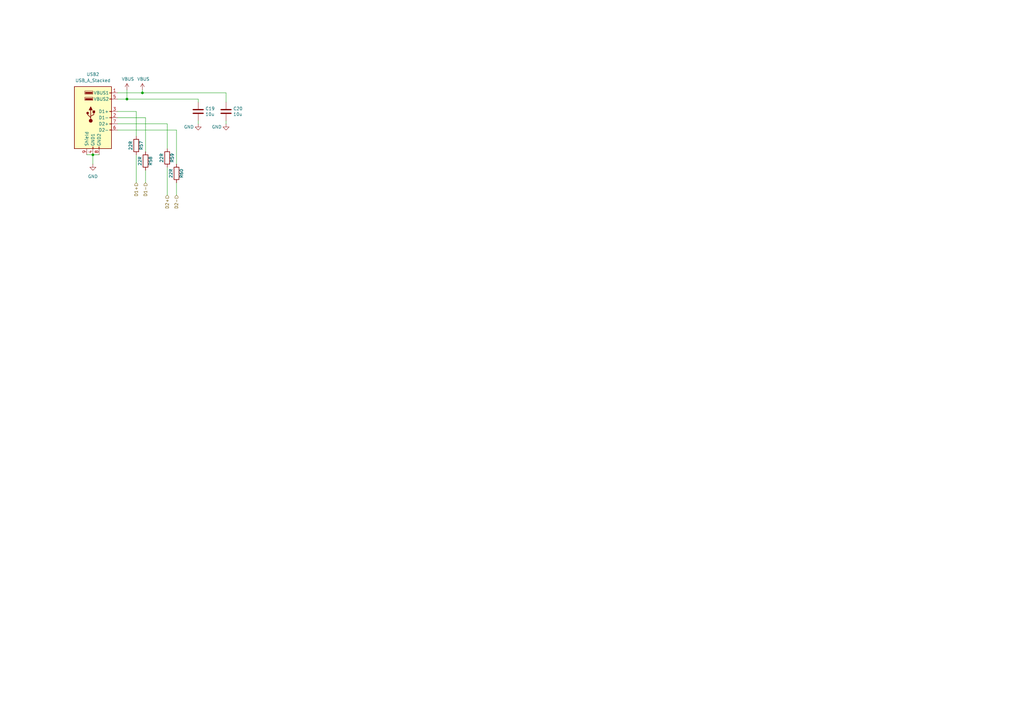
<source format=kicad_sch>
(kicad_sch (version 20231120) (generator "eeschema") (generator_version "8.0")
  (paper "A3")
  (title_block (title "USB to PS/2 Adapter") (date "2024-12-07") (rev "1.2") (company "Mikhail Matveev"))
  (lib_symbols
    (symbol "Connector:USB_A_Stacked" (pin_names (offset 1.016))
      (property "Reference" "J" (at 0 15.875 0))
      (property "Value" "USB_A_Stacked" (at 0 13.97 0))
      (symbol "USB_A_Stacked_0_1"
        (rectangle (start -7.62 12.7) (end 7.62 -12.7) (stroke (width 0.254)) (fill (type background)))
        (circle (center -2.159 1.905) (radius 0.381) (stroke (width 0.254)) (fill (type outline)))
        (circle (center -0.889 -1.27) (radius 0.635) (stroke (width 0.254)) (fill (type outline)))
        (rectangle (start -0.254 7.366) (end -3.048 7.874) (fill (type outline)))
        (rectangle (start -0.254 9.906) (end -3.048 10.414) (fill (type outline)))
        (rectangle (start -0.127 -12.7) (end 0.127 -11.938))
        (polyline (pts (xy -1.524 3.175) (xy -0.254 3.175) (xy -0.889 4.445) (xy -1.524 3.175)) (stroke (width 0.254)) (fill (type outline)))
        (polyline (pts (xy -0.889 -0.635) (xy -0.889 0) (xy -2.159 1.27) (xy -2.159 1.905)) (stroke (width 0.254)))
        (polyline (pts (xy -0.889 0) (xy -0.889 0.635) (xy 0.381 1.27) (xy 0.381 2.54)) (stroke (width 0.254)))
        (rectangle (start 0 2.794) (end 0.762 2.032) (stroke (width 0.254)) (fill (type outline)))
        (rectangle (start 0 7.112) (end -3.302 8.382))
        (rectangle (start 0 9.652) (end -3.302 10.922))
        (rectangle (start 2.413 -12.7) (end 2.667 -11.938))
        (rectangle (start 7.62 -5.207) (end 6.858 -4.953))
        (rectangle (start 7.62 -2.667) (end 6.858 -2.413))
        (rectangle (start 7.62 -0.127) (end 6.858 0.127))
        (rectangle (start 7.62 2.413) (end 6.858 2.667))
        (rectangle (start 7.62 7.493) (end 6.858 7.747))
        (rectangle (start 7.62 10.033) (end 6.858 10.287))
      )
      (symbol "USB_A_Stacked_1_1"
        (polyline (pts (xy -0.889 0.635) (xy -0.889 3.175)) (stroke (width 0.254)))
        (pin power_in line (at 10.16 10.16 180) (length 2.54) (name "VBUS1") (number "1"))
        (pin bidirectional line (at 10.16 0 180) (length 2.54) (name "D1-") (number "2"))
        (pin bidirectional line (at 10.16 2.54 180) (length 2.54) (name "D1+") (number "3"))
        (pin power_in line (at 0 -15.24 90) (length 2.54) (name "GND1") (number "4"))
        (pin power_in line (at 10.16 7.62 180) (length 2.54) (name "VBUS2") (number "5"))
        (pin bidirectional line (at 10.16 -5.08 180) (length 2.54) (name "D2-") (number "6"))
        (pin bidirectional line (at 10.16 -2.54 180) (length 2.54) (name "D2+") (number "7"))
        (pin power_in line (at 2.54 -15.24 90) (length 2.54) (name "GND2") (number "8"))
        (pin passive line (at -2.54 -15.24 90) (length 2.54) (name "Shield") (number "9"))
      )
    )
    (symbol "Device:C" (pin_numbers hide) (pin_names (offset 0.254))
      (property "Reference" "C" (at 0.635 2.54 0))
      (property "Value" "C" (at 0.635 -2.54 0))
      (symbol "C_0_1"
        (polyline (pts (xy -2.032 -0.762) (xy 2.032 -0.762)) (stroke (width 0.508)))
        (polyline (pts (xy -2.032 0.762) (xy 2.032 0.762)) (stroke (width 0.508)))
      )
      (symbol "C_1_1"
        (pin passive line (at 0 3.81 270) (length 2.794) (name "~") (number "1"))
        (pin passive line (at 0 -3.81 90) (length 2.794) (name "~") (number "2"))
      )
    )
    (symbol "Device:R" (pin_numbers hide) (pin_names (offset 0))
      (property "Reference" "R" (at 2.032 0 90))
      (property "Value" "R" (at 0 0 90))
      (symbol "R_0_1"
        (rectangle (start -1.016 -2.54) (end 1.016 2.54) (stroke (width 0.254)))
      )
      (symbol "R_1_1"
        (pin passive line (at 0 3.81 270) (length 1.27) (name "~") (number "1"))
        (pin passive line (at 0 -3.81 90) (length 1.27) (name "~") (number "2"))
      )
    )
    (symbol "GND_1" (power) (pin_numbers hide) (pin_names (offset 0) hide)
      (property "Value" "GND" (at 0 -3.81 0))
      (symbol "GND_1_0_1"
        (polyline (pts (xy 0 0) (xy 0 -1.27) (xy 1.27 -1.27) (xy 0 -2.54) (xy -1.27 -1.27) (xy 0 -1.27)))
      )
      (symbol "GND_1_1_1"
        (pin power_in line (at 0 0 270) (length 0) (name "~") (number "1"))
      )
    )
    (symbol "power:GND" (power) (pin_names (offset 0))
      (property "Value" "GND" (at 0 -3.81 0))
      (symbol "GND_0_1"
        (polyline (pts (xy 0 0) (xy 0 -1.27) (xy 1.27 -1.27) (xy 0 -2.54) (xy -1.27 -1.27) (xy 0 -1.27)))
      )
      (symbol "GND_1_1"
        (pin power_in line (at 0 0 270) (length 0) hide (name "GND") (number "1"))
      )
    )
    (symbol "power:VBUS" (power) (pin_names (offset 0))
      (property "Value" "VBUS" (at 0 3.81 0))
      (symbol "VBUS_0_1"
        (polyline (pts (xy -0.762 1.27) (xy 0 2.54)))
        (polyline (pts (xy 0 0) (xy 0 2.54)))
        (polyline (pts (xy 0 2.54) (xy 0.762 1.27)))
      )
      (symbol "VBUS_1_1"
        (pin power_in line (at 0 0 90) (length 0) hide (name "VBUS") (number "1"))
      )
    )
  )
  (junction (at 58.42 38.1))
  (junction (at 52.07 40.64))
  (junction (at 38.1 63.5))
  (wire (pts (xy 58.42 36.83) (xy 58.42 38.1)))
  (wire (pts (xy 55.88 45.72) (xy 55.88 55.88)))
  (wire (pts (xy 48.26 53.34) (xy 72.39 53.34)))
  (wire (pts (xy 48.26 50.8) (xy 68.58 50.8)))
  (wire (pts (xy 52.07 40.64) (xy 81.28 40.64)))
  (wire (pts (xy 55.88 63.5) (xy 55.88 74.93)))
  (wire (pts (xy 81.28 49.53) (xy 81.28 50.8)))
  (wire (pts (xy 72.39 53.34) (xy 72.39 67.31)))
  (wire (pts (xy 92.71 49.53) (xy 92.71 50.8)))
  (wire (pts (xy 35.56 63.5) (xy 38.1 63.5)))
  (wire (pts (xy 59.69 48.26) (xy 59.69 62.23)))
  (wire (pts (xy 68.58 68.58) (xy 68.58 80.01)))
  (wire (pts (xy 81.28 40.64) (xy 81.28 41.91)))
  (wire (pts (xy 38.1 63.5) (xy 38.1 67.31)))
  (wire (pts (xy 48.26 48.26) (xy 59.69 48.26)))
  (wire (pts (xy 92.71 41.91) (xy 92.71 38.1)))
  (wire (pts (xy 72.39 74.93) (xy 72.39 80.01)))
  (wire (pts (xy 38.1 63.5) (xy 40.64 63.5)))
  (wire (pts (xy 52.07 36.83) (xy 52.07 40.64)))
  (wire (pts (xy 58.42 38.1) (xy 92.71 38.1)))
  (wire (pts (xy 48.26 40.64) (xy 52.07 40.64)))
  (wire (pts (xy 59.69 69.85) (xy 59.69 74.93)))
  (wire (pts (xy 48.26 38.1) (xy 58.42 38.1)))
  (wire (pts (xy 48.26 45.72) (xy 55.88 45.72)))
  (wire (pts (xy 68.58 50.8) (xy 68.58 60.96)))
  (hierarchical_label "D2+" (shape input) (at 68.58 80.01 270))
  (hierarchical_label "D1-" (shape input) (at 59.69 74.93 270))
  (hierarchical_label "D1+" (shape input) (at 55.88 74.93 270))
  (hierarchical_label "D2-" (shape input) (at 72.39 80.01 270))
  (symbol (lib_id "Connector:USB_A_Stacked") (at 38.1 48.26 0) (unit 1)
    (property "Reference" "USB2" (at 38.1 30.48 0))
    (property "Value" "USB_A_Stacked" (at 38.1 33.02 0))
    (property "Footprint" "LIBS:Medved_USB_A_CUI_UJ2-ADH-TH_Horizontal_Stacked" (effects (hide yes)))
    (property "Description" "USB Type A connector, stacked" (effects (hide yes)))
  )
  (symbol (lib_id "Device:C") (at 81.28 45.72 0) (unit 1)
    (property "Reference" "C19" (at 84.201 44.5516 0) (effects (justify left)))
    (property "Value" "10u" (at 84.201 46.863 0) (effects (justify left)))
    (property "Footprint" "LIBS:Medved_R_0805" (effects (hide yes)))
  )
  (symbol (lib_id "Device:R") (at 59.69 66.04 0) (mirror x) (unit 1)
    (property "Reference" "R58" (at 61.722 66.04 90))
    (property "Value" "22R" (at 57.404 66.04 90))
    (property "Footprint" "LIBS:Medved_R_0805" (effects (hide yes)))
  )
  (symbol (lib_id "Device:C") (at 92.71 45.72 0) (unit 1)
    (property "Reference" "C20" (at 95.631 44.5516 0) (effects (justify left)))
    (property "Value" "10u" (at 95.631 46.863 0) (effects (justify left)))
    (property "Footprint" "LIBS:Medved_R_0805" (effects (hide yes)))
  )
  (symbol (lib_id "power:VBUS") (at 52.07 36.83 0) (unit 1)
    (property "Reference" "#PWR057" (effects (hide yes)))
    (property "Value" "VBUS" (at 52.451 32.4358 0))
  )
  (symbol (lib_id "power:GND") (at 81.28 50.8 0) (unit 1)
    (property "Reference" "#PWR059" (effects (hide yes)))
    (property "Value" "GND" (at 77.47 52.07 0))
  )
  (symbol (lib_id "Device:R") (at 68.58 64.77 0) (mirror x) (unit 1)
    (property "Reference" "R59" (at 70.612 64.77 90))
    (property "Value" "22R" (at 66.294 64.77 90))
    (property "Footprint" "LIBS:Medved_R_0805" (effects (hide yes)))
  )
  (symbol (lib_id "power:GND") (at 92.71 50.8 0) (unit 1)
    (property "Reference" "#PWR060" (effects (hide yes)))
    (property "Value" "GND" (at 88.9 52.07 0))
  )
  (symbol (lib_id "Device:R") (at 55.88 59.69 0) (mirror x) (unit 1)
    (property "Reference" "R57" (at 57.912 59.69 90))
    (property "Value" "22R" (at 53.594 59.69 90))
    (property "Footprint" "LIBS:Medved_R_0805" (effects (hide yes)))
  )
  (symbol (lib_id "power:VBUS") (at 58.42 36.83 0) (unit 1)
    (property "Reference" "#PWR058" (effects (hide yes)))
    (property "Value" "VBUS" (at 58.801 32.4358 0))
  )
  (symbol (lib_name "GND_1") (lib_id "power:GND") (at 38.1 67.31 0) (unit 1)
    (property "Reference" "#PWR056" (effects (hide yes)))
    (property "Value" "GND" (at 38.1 72.39 0))
    (property "Description" "Power symbol creates a global label with name \"GND\" , ground" (effects (hide yes)))
  )
  (symbol (lib_id "Device:R") (at 72.39 71.12 0) (mirror x) (unit 1)
    (property "Reference" "R60" (at 74.422 71.12 90))
    (property "Value" "22R" (at 70.104 71.12 90))
    (property "Footprint" "LIBS:Medved_R_0805" (effects (hide yes)))
  )
)
</source>
